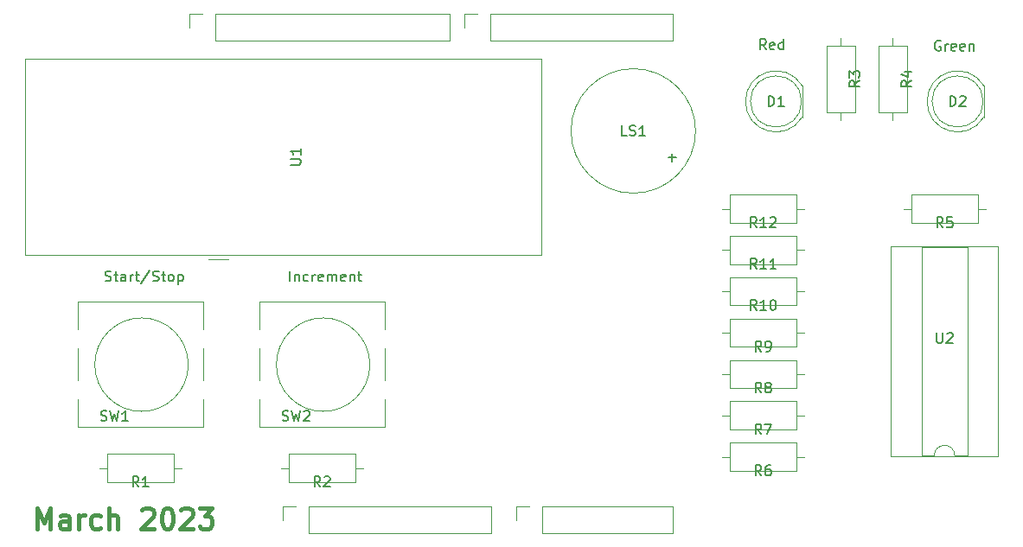
<source format=gbr>
%TF.GenerationSoftware,KiCad,Pcbnew,7.0.1*%
%TF.CreationDate,2023-03-30T13:35:16-06:00*%
%TF.ProjectId,Phase_A_UnoShield,50686173-655f-4415-9f55-6e6f53686965,rev?*%
%TF.SameCoordinates,Original*%
%TF.FileFunction,Legend,Top*%
%TF.FilePolarity,Positive*%
%FSLAX46Y46*%
G04 Gerber Fmt 4.6, Leading zero omitted, Abs format (unit mm)*
G04 Created by KiCad (PCBNEW 7.0.1) date 2023-03-30 13:35:16*
%MOMM*%
%LPD*%
G01*
G04 APERTURE LIST*
%ADD10C,0.150000*%
%ADD11C,0.400000*%
%ADD12C,0.120000*%
G04 APERTURE END LIST*
D10*
X191029805Y-50548447D02*
X190934567Y-50500828D01*
X190934567Y-50500828D02*
X190791710Y-50500828D01*
X190791710Y-50500828D02*
X190648853Y-50548447D01*
X190648853Y-50548447D02*
X190553615Y-50643685D01*
X190553615Y-50643685D02*
X190505996Y-50738923D01*
X190505996Y-50738923D02*
X190458377Y-50929399D01*
X190458377Y-50929399D02*
X190458377Y-51072256D01*
X190458377Y-51072256D02*
X190505996Y-51262732D01*
X190505996Y-51262732D02*
X190553615Y-51357970D01*
X190553615Y-51357970D02*
X190648853Y-51453209D01*
X190648853Y-51453209D02*
X190791710Y-51500828D01*
X190791710Y-51500828D02*
X190886948Y-51500828D01*
X190886948Y-51500828D02*
X191029805Y-51453209D01*
X191029805Y-51453209D02*
X191077424Y-51405589D01*
X191077424Y-51405589D02*
X191077424Y-51072256D01*
X191077424Y-51072256D02*
X190886948Y-51072256D01*
X191505996Y-51500828D02*
X191505996Y-50834161D01*
X191505996Y-51024637D02*
X191553615Y-50929399D01*
X191553615Y-50929399D02*
X191601234Y-50881780D01*
X191601234Y-50881780D02*
X191696472Y-50834161D01*
X191696472Y-50834161D02*
X191791710Y-50834161D01*
X192505996Y-51453209D02*
X192410758Y-51500828D01*
X192410758Y-51500828D02*
X192220282Y-51500828D01*
X192220282Y-51500828D02*
X192125044Y-51453209D01*
X192125044Y-51453209D02*
X192077425Y-51357970D01*
X192077425Y-51357970D02*
X192077425Y-50977018D01*
X192077425Y-50977018D02*
X192125044Y-50881780D01*
X192125044Y-50881780D02*
X192220282Y-50834161D01*
X192220282Y-50834161D02*
X192410758Y-50834161D01*
X192410758Y-50834161D02*
X192505996Y-50881780D01*
X192505996Y-50881780D02*
X192553615Y-50977018D01*
X192553615Y-50977018D02*
X192553615Y-51072256D01*
X192553615Y-51072256D02*
X192077425Y-51167494D01*
X193363139Y-51453209D02*
X193267901Y-51500828D01*
X193267901Y-51500828D02*
X193077425Y-51500828D01*
X193077425Y-51500828D02*
X192982187Y-51453209D01*
X192982187Y-51453209D02*
X192934568Y-51357970D01*
X192934568Y-51357970D02*
X192934568Y-50977018D01*
X192934568Y-50977018D02*
X192982187Y-50881780D01*
X192982187Y-50881780D02*
X193077425Y-50834161D01*
X193077425Y-50834161D02*
X193267901Y-50834161D01*
X193267901Y-50834161D02*
X193363139Y-50881780D01*
X193363139Y-50881780D02*
X193410758Y-50977018D01*
X193410758Y-50977018D02*
X193410758Y-51072256D01*
X193410758Y-51072256D02*
X192934568Y-51167494D01*
X193839330Y-50834161D02*
X193839330Y-51500828D01*
X193839330Y-50929399D02*
X193886949Y-50881780D01*
X193886949Y-50881780D02*
X193982187Y-50834161D01*
X193982187Y-50834161D02*
X194125044Y-50834161D01*
X194125044Y-50834161D02*
X194220282Y-50881780D01*
X194220282Y-50881780D02*
X194267901Y-50977018D01*
X194267901Y-50977018D02*
X194267901Y-51500828D01*
X173949552Y-51373955D02*
X173616219Y-50897764D01*
X173378124Y-51373955D02*
X173378124Y-50373955D01*
X173378124Y-50373955D02*
X173759076Y-50373955D01*
X173759076Y-50373955D02*
X173854314Y-50421574D01*
X173854314Y-50421574D02*
X173901933Y-50469193D01*
X173901933Y-50469193D02*
X173949552Y-50564431D01*
X173949552Y-50564431D02*
X173949552Y-50707288D01*
X173949552Y-50707288D02*
X173901933Y-50802526D01*
X173901933Y-50802526D02*
X173854314Y-50850145D01*
X173854314Y-50850145D02*
X173759076Y-50897764D01*
X173759076Y-50897764D02*
X173378124Y-50897764D01*
X174759076Y-51326336D02*
X174663838Y-51373955D01*
X174663838Y-51373955D02*
X174473362Y-51373955D01*
X174473362Y-51373955D02*
X174378124Y-51326336D01*
X174378124Y-51326336D02*
X174330505Y-51231097D01*
X174330505Y-51231097D02*
X174330505Y-50850145D01*
X174330505Y-50850145D02*
X174378124Y-50754907D01*
X174378124Y-50754907D02*
X174473362Y-50707288D01*
X174473362Y-50707288D02*
X174663838Y-50707288D01*
X174663838Y-50707288D02*
X174759076Y-50754907D01*
X174759076Y-50754907D02*
X174806695Y-50850145D01*
X174806695Y-50850145D02*
X174806695Y-50945383D01*
X174806695Y-50945383D02*
X174330505Y-51040621D01*
X175663838Y-51373955D02*
X175663838Y-50373955D01*
X175663838Y-51326336D02*
X175568600Y-51373955D01*
X175568600Y-51373955D02*
X175378124Y-51373955D01*
X175378124Y-51373955D02*
X175282886Y-51326336D01*
X175282886Y-51326336D02*
X175235267Y-51278716D01*
X175235267Y-51278716D02*
X175187648Y-51183478D01*
X175187648Y-51183478D02*
X175187648Y-50897764D01*
X175187648Y-50897764D02*
X175235267Y-50802526D01*
X175235267Y-50802526D02*
X175282886Y-50754907D01*
X175282886Y-50754907D02*
X175378124Y-50707288D01*
X175378124Y-50707288D02*
X175568600Y-50707288D01*
X175568600Y-50707288D02*
X175663838Y-50754907D01*
X127323179Y-74084245D02*
X127323179Y-73084245D01*
X127799369Y-73417578D02*
X127799369Y-74084245D01*
X127799369Y-73512816D02*
X127846988Y-73465197D01*
X127846988Y-73465197D02*
X127942226Y-73417578D01*
X127942226Y-73417578D02*
X128085083Y-73417578D01*
X128085083Y-73417578D02*
X128180321Y-73465197D01*
X128180321Y-73465197D02*
X128227940Y-73560435D01*
X128227940Y-73560435D02*
X128227940Y-74084245D01*
X129132702Y-74036626D02*
X129037464Y-74084245D01*
X129037464Y-74084245D02*
X128846988Y-74084245D01*
X128846988Y-74084245D02*
X128751750Y-74036626D01*
X128751750Y-74036626D02*
X128704131Y-73989006D01*
X128704131Y-73989006D02*
X128656512Y-73893768D01*
X128656512Y-73893768D02*
X128656512Y-73608054D01*
X128656512Y-73608054D02*
X128704131Y-73512816D01*
X128704131Y-73512816D02*
X128751750Y-73465197D01*
X128751750Y-73465197D02*
X128846988Y-73417578D01*
X128846988Y-73417578D02*
X129037464Y-73417578D01*
X129037464Y-73417578D02*
X129132702Y-73465197D01*
X129561274Y-74084245D02*
X129561274Y-73417578D01*
X129561274Y-73608054D02*
X129608893Y-73512816D01*
X129608893Y-73512816D02*
X129656512Y-73465197D01*
X129656512Y-73465197D02*
X129751750Y-73417578D01*
X129751750Y-73417578D02*
X129846988Y-73417578D01*
X130561274Y-74036626D02*
X130466036Y-74084245D01*
X130466036Y-74084245D02*
X130275560Y-74084245D01*
X130275560Y-74084245D02*
X130180322Y-74036626D01*
X130180322Y-74036626D02*
X130132703Y-73941387D01*
X130132703Y-73941387D02*
X130132703Y-73560435D01*
X130132703Y-73560435D02*
X130180322Y-73465197D01*
X130180322Y-73465197D02*
X130275560Y-73417578D01*
X130275560Y-73417578D02*
X130466036Y-73417578D01*
X130466036Y-73417578D02*
X130561274Y-73465197D01*
X130561274Y-73465197D02*
X130608893Y-73560435D01*
X130608893Y-73560435D02*
X130608893Y-73655673D01*
X130608893Y-73655673D02*
X130132703Y-73750911D01*
X131037465Y-74084245D02*
X131037465Y-73417578D01*
X131037465Y-73512816D02*
X131085084Y-73465197D01*
X131085084Y-73465197D02*
X131180322Y-73417578D01*
X131180322Y-73417578D02*
X131323179Y-73417578D01*
X131323179Y-73417578D02*
X131418417Y-73465197D01*
X131418417Y-73465197D02*
X131466036Y-73560435D01*
X131466036Y-73560435D02*
X131466036Y-74084245D01*
X131466036Y-73560435D02*
X131513655Y-73465197D01*
X131513655Y-73465197D02*
X131608893Y-73417578D01*
X131608893Y-73417578D02*
X131751750Y-73417578D01*
X131751750Y-73417578D02*
X131846989Y-73465197D01*
X131846989Y-73465197D02*
X131894608Y-73560435D01*
X131894608Y-73560435D02*
X131894608Y-74084245D01*
X132751750Y-74036626D02*
X132656512Y-74084245D01*
X132656512Y-74084245D02*
X132466036Y-74084245D01*
X132466036Y-74084245D02*
X132370798Y-74036626D01*
X132370798Y-74036626D02*
X132323179Y-73941387D01*
X132323179Y-73941387D02*
X132323179Y-73560435D01*
X132323179Y-73560435D02*
X132370798Y-73465197D01*
X132370798Y-73465197D02*
X132466036Y-73417578D01*
X132466036Y-73417578D02*
X132656512Y-73417578D01*
X132656512Y-73417578D02*
X132751750Y-73465197D01*
X132751750Y-73465197D02*
X132799369Y-73560435D01*
X132799369Y-73560435D02*
X132799369Y-73655673D01*
X132799369Y-73655673D02*
X132323179Y-73750911D01*
X133227941Y-73417578D02*
X133227941Y-74084245D01*
X133227941Y-73512816D02*
X133275560Y-73465197D01*
X133275560Y-73465197D02*
X133370798Y-73417578D01*
X133370798Y-73417578D02*
X133513655Y-73417578D01*
X133513655Y-73417578D02*
X133608893Y-73465197D01*
X133608893Y-73465197D02*
X133656512Y-73560435D01*
X133656512Y-73560435D02*
X133656512Y-74084245D01*
X133989846Y-73417578D02*
X134370798Y-73417578D01*
X134132703Y-73084245D02*
X134132703Y-73941387D01*
X134132703Y-73941387D02*
X134180322Y-74036626D01*
X134180322Y-74036626D02*
X134275560Y-74084245D01*
X134275560Y-74084245D02*
X134370798Y-74084245D01*
X109259576Y-74036626D02*
X109402433Y-74084245D01*
X109402433Y-74084245D02*
X109640528Y-74084245D01*
X109640528Y-74084245D02*
X109735766Y-74036626D01*
X109735766Y-74036626D02*
X109783385Y-73989006D01*
X109783385Y-73989006D02*
X109831004Y-73893768D01*
X109831004Y-73893768D02*
X109831004Y-73798530D01*
X109831004Y-73798530D02*
X109783385Y-73703292D01*
X109783385Y-73703292D02*
X109735766Y-73655673D01*
X109735766Y-73655673D02*
X109640528Y-73608054D01*
X109640528Y-73608054D02*
X109450052Y-73560435D01*
X109450052Y-73560435D02*
X109354814Y-73512816D01*
X109354814Y-73512816D02*
X109307195Y-73465197D01*
X109307195Y-73465197D02*
X109259576Y-73369959D01*
X109259576Y-73369959D02*
X109259576Y-73274721D01*
X109259576Y-73274721D02*
X109307195Y-73179483D01*
X109307195Y-73179483D02*
X109354814Y-73131864D01*
X109354814Y-73131864D02*
X109450052Y-73084245D01*
X109450052Y-73084245D02*
X109688147Y-73084245D01*
X109688147Y-73084245D02*
X109831004Y-73131864D01*
X110116719Y-73417578D02*
X110497671Y-73417578D01*
X110259576Y-73084245D02*
X110259576Y-73941387D01*
X110259576Y-73941387D02*
X110307195Y-74036626D01*
X110307195Y-74036626D02*
X110402433Y-74084245D01*
X110402433Y-74084245D02*
X110497671Y-74084245D01*
X111259576Y-74084245D02*
X111259576Y-73560435D01*
X111259576Y-73560435D02*
X111211957Y-73465197D01*
X111211957Y-73465197D02*
X111116719Y-73417578D01*
X111116719Y-73417578D02*
X110926243Y-73417578D01*
X110926243Y-73417578D02*
X110831005Y-73465197D01*
X111259576Y-74036626D02*
X111164338Y-74084245D01*
X111164338Y-74084245D02*
X110926243Y-74084245D01*
X110926243Y-74084245D02*
X110831005Y-74036626D01*
X110831005Y-74036626D02*
X110783386Y-73941387D01*
X110783386Y-73941387D02*
X110783386Y-73846149D01*
X110783386Y-73846149D02*
X110831005Y-73750911D01*
X110831005Y-73750911D02*
X110926243Y-73703292D01*
X110926243Y-73703292D02*
X111164338Y-73703292D01*
X111164338Y-73703292D02*
X111259576Y-73655673D01*
X111735767Y-74084245D02*
X111735767Y-73417578D01*
X111735767Y-73608054D02*
X111783386Y-73512816D01*
X111783386Y-73512816D02*
X111831005Y-73465197D01*
X111831005Y-73465197D02*
X111926243Y-73417578D01*
X111926243Y-73417578D02*
X112021481Y-73417578D01*
X112211958Y-73417578D02*
X112592910Y-73417578D01*
X112354815Y-73084245D02*
X112354815Y-73941387D01*
X112354815Y-73941387D02*
X112402434Y-74036626D01*
X112402434Y-74036626D02*
X112497672Y-74084245D01*
X112497672Y-74084245D02*
X112592910Y-74084245D01*
X113640529Y-73036626D02*
X112783387Y-74322340D01*
X113926244Y-74036626D02*
X114069101Y-74084245D01*
X114069101Y-74084245D02*
X114307196Y-74084245D01*
X114307196Y-74084245D02*
X114402434Y-74036626D01*
X114402434Y-74036626D02*
X114450053Y-73989006D01*
X114450053Y-73989006D02*
X114497672Y-73893768D01*
X114497672Y-73893768D02*
X114497672Y-73798530D01*
X114497672Y-73798530D02*
X114450053Y-73703292D01*
X114450053Y-73703292D02*
X114402434Y-73655673D01*
X114402434Y-73655673D02*
X114307196Y-73608054D01*
X114307196Y-73608054D02*
X114116720Y-73560435D01*
X114116720Y-73560435D02*
X114021482Y-73512816D01*
X114021482Y-73512816D02*
X113973863Y-73465197D01*
X113973863Y-73465197D02*
X113926244Y-73369959D01*
X113926244Y-73369959D02*
X113926244Y-73274721D01*
X113926244Y-73274721D02*
X113973863Y-73179483D01*
X113973863Y-73179483D02*
X114021482Y-73131864D01*
X114021482Y-73131864D02*
X114116720Y-73084245D01*
X114116720Y-73084245D02*
X114354815Y-73084245D01*
X114354815Y-73084245D02*
X114497672Y-73131864D01*
X114783387Y-73417578D02*
X115164339Y-73417578D01*
X114926244Y-73084245D02*
X114926244Y-73941387D01*
X114926244Y-73941387D02*
X114973863Y-74036626D01*
X114973863Y-74036626D02*
X115069101Y-74084245D01*
X115069101Y-74084245D02*
X115164339Y-74084245D01*
X115640530Y-74084245D02*
X115545292Y-74036626D01*
X115545292Y-74036626D02*
X115497673Y-73989006D01*
X115497673Y-73989006D02*
X115450054Y-73893768D01*
X115450054Y-73893768D02*
X115450054Y-73608054D01*
X115450054Y-73608054D02*
X115497673Y-73512816D01*
X115497673Y-73512816D02*
X115545292Y-73465197D01*
X115545292Y-73465197D02*
X115640530Y-73417578D01*
X115640530Y-73417578D02*
X115783387Y-73417578D01*
X115783387Y-73417578D02*
X115878625Y-73465197D01*
X115878625Y-73465197D02*
X115926244Y-73512816D01*
X115926244Y-73512816D02*
X115973863Y-73608054D01*
X115973863Y-73608054D02*
X115973863Y-73893768D01*
X115973863Y-73893768D02*
X115926244Y-73989006D01*
X115926244Y-73989006D02*
X115878625Y-74036626D01*
X115878625Y-74036626D02*
X115783387Y-74084245D01*
X115783387Y-74084245D02*
X115640530Y-74084245D01*
X116402435Y-73417578D02*
X116402435Y-74417578D01*
X116402435Y-73465197D02*
X116497673Y-73417578D01*
X116497673Y-73417578D02*
X116688149Y-73417578D01*
X116688149Y-73417578D02*
X116783387Y-73465197D01*
X116783387Y-73465197D02*
X116831006Y-73512816D01*
X116831006Y-73512816D02*
X116878625Y-73608054D01*
X116878625Y-73608054D02*
X116878625Y-73893768D01*
X116878625Y-73893768D02*
X116831006Y-73989006D01*
X116831006Y-73989006D02*
X116783387Y-74036626D01*
X116783387Y-74036626D02*
X116688149Y-74084245D01*
X116688149Y-74084245D02*
X116497673Y-74084245D01*
X116497673Y-74084245D02*
X116402435Y-74036626D01*
D11*
X102567268Y-98321504D02*
X102567268Y-96321504D01*
X102567268Y-96321504D02*
X103233935Y-97750075D01*
X103233935Y-97750075D02*
X103900601Y-96321504D01*
X103900601Y-96321504D02*
X103900601Y-98321504D01*
X105710125Y-98321504D02*
X105710125Y-97273885D01*
X105710125Y-97273885D02*
X105614887Y-97083408D01*
X105614887Y-97083408D02*
X105424411Y-96988170D01*
X105424411Y-96988170D02*
X105043458Y-96988170D01*
X105043458Y-96988170D02*
X104852982Y-97083408D01*
X105710125Y-98226266D02*
X105519649Y-98321504D01*
X105519649Y-98321504D02*
X105043458Y-98321504D01*
X105043458Y-98321504D02*
X104852982Y-98226266D01*
X104852982Y-98226266D02*
X104757744Y-98035789D01*
X104757744Y-98035789D02*
X104757744Y-97845313D01*
X104757744Y-97845313D02*
X104852982Y-97654837D01*
X104852982Y-97654837D02*
X105043458Y-97559599D01*
X105043458Y-97559599D02*
X105519649Y-97559599D01*
X105519649Y-97559599D02*
X105710125Y-97464361D01*
X106662506Y-98321504D02*
X106662506Y-96988170D01*
X106662506Y-97369123D02*
X106757744Y-97178646D01*
X106757744Y-97178646D02*
X106852982Y-97083408D01*
X106852982Y-97083408D02*
X107043458Y-96988170D01*
X107043458Y-96988170D02*
X107233935Y-96988170D01*
X108757744Y-98226266D02*
X108567268Y-98321504D01*
X108567268Y-98321504D02*
X108186315Y-98321504D01*
X108186315Y-98321504D02*
X107995839Y-98226266D01*
X107995839Y-98226266D02*
X107900601Y-98131027D01*
X107900601Y-98131027D02*
X107805363Y-97940551D01*
X107805363Y-97940551D02*
X107805363Y-97369123D01*
X107805363Y-97369123D02*
X107900601Y-97178646D01*
X107900601Y-97178646D02*
X107995839Y-97083408D01*
X107995839Y-97083408D02*
X108186315Y-96988170D01*
X108186315Y-96988170D02*
X108567268Y-96988170D01*
X108567268Y-96988170D02*
X108757744Y-97083408D01*
X109614887Y-98321504D02*
X109614887Y-96321504D01*
X110472030Y-98321504D02*
X110472030Y-97273885D01*
X110472030Y-97273885D02*
X110376792Y-97083408D01*
X110376792Y-97083408D02*
X110186316Y-96988170D01*
X110186316Y-96988170D02*
X109900601Y-96988170D01*
X109900601Y-96988170D02*
X109710125Y-97083408D01*
X109710125Y-97083408D02*
X109614887Y-97178646D01*
X112852983Y-96511980D02*
X112948221Y-96416742D01*
X112948221Y-96416742D02*
X113138697Y-96321504D01*
X113138697Y-96321504D02*
X113614888Y-96321504D01*
X113614888Y-96321504D02*
X113805364Y-96416742D01*
X113805364Y-96416742D02*
X113900602Y-96511980D01*
X113900602Y-96511980D02*
X113995840Y-96702456D01*
X113995840Y-96702456D02*
X113995840Y-96892932D01*
X113995840Y-96892932D02*
X113900602Y-97178646D01*
X113900602Y-97178646D02*
X112757745Y-98321504D01*
X112757745Y-98321504D02*
X113995840Y-98321504D01*
X115233935Y-96321504D02*
X115424412Y-96321504D01*
X115424412Y-96321504D02*
X115614888Y-96416742D01*
X115614888Y-96416742D02*
X115710126Y-96511980D01*
X115710126Y-96511980D02*
X115805364Y-96702456D01*
X115805364Y-96702456D02*
X115900602Y-97083408D01*
X115900602Y-97083408D02*
X115900602Y-97559599D01*
X115900602Y-97559599D02*
X115805364Y-97940551D01*
X115805364Y-97940551D02*
X115710126Y-98131027D01*
X115710126Y-98131027D02*
X115614888Y-98226266D01*
X115614888Y-98226266D02*
X115424412Y-98321504D01*
X115424412Y-98321504D02*
X115233935Y-98321504D01*
X115233935Y-98321504D02*
X115043459Y-98226266D01*
X115043459Y-98226266D02*
X114948221Y-98131027D01*
X114948221Y-98131027D02*
X114852983Y-97940551D01*
X114852983Y-97940551D02*
X114757745Y-97559599D01*
X114757745Y-97559599D02*
X114757745Y-97083408D01*
X114757745Y-97083408D02*
X114852983Y-96702456D01*
X114852983Y-96702456D02*
X114948221Y-96511980D01*
X114948221Y-96511980D02*
X115043459Y-96416742D01*
X115043459Y-96416742D02*
X115233935Y-96321504D01*
X116662507Y-96511980D02*
X116757745Y-96416742D01*
X116757745Y-96416742D02*
X116948221Y-96321504D01*
X116948221Y-96321504D02*
X117424412Y-96321504D01*
X117424412Y-96321504D02*
X117614888Y-96416742D01*
X117614888Y-96416742D02*
X117710126Y-96511980D01*
X117710126Y-96511980D02*
X117805364Y-96702456D01*
X117805364Y-96702456D02*
X117805364Y-96892932D01*
X117805364Y-96892932D02*
X117710126Y-97178646D01*
X117710126Y-97178646D02*
X116567269Y-98321504D01*
X116567269Y-98321504D02*
X117805364Y-98321504D01*
X118472031Y-96321504D02*
X119710126Y-96321504D01*
X119710126Y-96321504D02*
X119043459Y-97083408D01*
X119043459Y-97083408D02*
X119329174Y-97083408D01*
X119329174Y-97083408D02*
X119519650Y-97178646D01*
X119519650Y-97178646D02*
X119614888Y-97273885D01*
X119614888Y-97273885D02*
X119710126Y-97464361D01*
X119710126Y-97464361D02*
X119710126Y-97940551D01*
X119710126Y-97940551D02*
X119614888Y-98131027D01*
X119614888Y-98131027D02*
X119519650Y-98226266D01*
X119519650Y-98226266D02*
X119329174Y-98321504D01*
X119329174Y-98321504D02*
X118757745Y-98321504D01*
X118757745Y-98321504D02*
X118567269Y-98226266D01*
X118567269Y-98226266D02*
X118472031Y-98131027D01*
D10*
%TO.C,D2*%
X191971905Y-56930619D02*
X191971905Y-55930619D01*
X191971905Y-55930619D02*
X192210000Y-55930619D01*
X192210000Y-55930619D02*
X192352857Y-55978238D01*
X192352857Y-55978238D02*
X192448095Y-56073476D01*
X192448095Y-56073476D02*
X192495714Y-56168714D01*
X192495714Y-56168714D02*
X192543333Y-56359190D01*
X192543333Y-56359190D02*
X192543333Y-56502047D01*
X192543333Y-56502047D02*
X192495714Y-56692523D01*
X192495714Y-56692523D02*
X192448095Y-56787761D01*
X192448095Y-56787761D02*
X192352857Y-56883000D01*
X192352857Y-56883000D02*
X192210000Y-56930619D01*
X192210000Y-56930619D02*
X191971905Y-56930619D01*
X192924286Y-56025857D02*
X192971905Y-55978238D01*
X192971905Y-55978238D02*
X193067143Y-55930619D01*
X193067143Y-55930619D02*
X193305238Y-55930619D01*
X193305238Y-55930619D02*
X193400476Y-55978238D01*
X193400476Y-55978238D02*
X193448095Y-56025857D01*
X193448095Y-56025857D02*
X193495714Y-56121095D01*
X193495714Y-56121095D02*
X193495714Y-56216333D01*
X193495714Y-56216333D02*
X193448095Y-56359190D01*
X193448095Y-56359190D02*
X192876667Y-56930619D01*
X192876667Y-56930619D02*
X193495714Y-56930619D01*
%TO.C,U2*%
X190668095Y-79142619D02*
X190668095Y-79952142D01*
X190668095Y-79952142D02*
X190715714Y-80047380D01*
X190715714Y-80047380D02*
X190763333Y-80095000D01*
X190763333Y-80095000D02*
X190858571Y-80142619D01*
X190858571Y-80142619D02*
X191049047Y-80142619D01*
X191049047Y-80142619D02*
X191144285Y-80095000D01*
X191144285Y-80095000D02*
X191191904Y-80047380D01*
X191191904Y-80047380D02*
X191239523Y-79952142D01*
X191239523Y-79952142D02*
X191239523Y-79142619D01*
X191668095Y-79237857D02*
X191715714Y-79190238D01*
X191715714Y-79190238D02*
X191810952Y-79142619D01*
X191810952Y-79142619D02*
X192049047Y-79142619D01*
X192049047Y-79142619D02*
X192144285Y-79190238D01*
X192144285Y-79190238D02*
X192191904Y-79237857D01*
X192191904Y-79237857D02*
X192239523Y-79333095D01*
X192239523Y-79333095D02*
X192239523Y-79428333D01*
X192239523Y-79428333D02*
X192191904Y-79571190D01*
X192191904Y-79571190D02*
X191620476Y-80142619D01*
X191620476Y-80142619D02*
X192239523Y-80142619D01*
%TO.C,R8*%
X173493333Y-85012619D02*
X173160000Y-84536428D01*
X172921905Y-85012619D02*
X172921905Y-84012619D01*
X172921905Y-84012619D02*
X173302857Y-84012619D01*
X173302857Y-84012619D02*
X173398095Y-84060238D01*
X173398095Y-84060238D02*
X173445714Y-84107857D01*
X173445714Y-84107857D02*
X173493333Y-84203095D01*
X173493333Y-84203095D02*
X173493333Y-84345952D01*
X173493333Y-84345952D02*
X173445714Y-84441190D01*
X173445714Y-84441190D02*
X173398095Y-84488809D01*
X173398095Y-84488809D02*
X173302857Y-84536428D01*
X173302857Y-84536428D02*
X172921905Y-84536428D01*
X174064762Y-84441190D02*
X173969524Y-84393571D01*
X173969524Y-84393571D02*
X173921905Y-84345952D01*
X173921905Y-84345952D02*
X173874286Y-84250714D01*
X173874286Y-84250714D02*
X173874286Y-84203095D01*
X173874286Y-84203095D02*
X173921905Y-84107857D01*
X173921905Y-84107857D02*
X173969524Y-84060238D01*
X173969524Y-84060238D02*
X174064762Y-84012619D01*
X174064762Y-84012619D02*
X174255238Y-84012619D01*
X174255238Y-84012619D02*
X174350476Y-84060238D01*
X174350476Y-84060238D02*
X174398095Y-84107857D01*
X174398095Y-84107857D02*
X174445714Y-84203095D01*
X174445714Y-84203095D02*
X174445714Y-84250714D01*
X174445714Y-84250714D02*
X174398095Y-84345952D01*
X174398095Y-84345952D02*
X174350476Y-84393571D01*
X174350476Y-84393571D02*
X174255238Y-84441190D01*
X174255238Y-84441190D02*
X174064762Y-84441190D01*
X174064762Y-84441190D02*
X173969524Y-84488809D01*
X173969524Y-84488809D02*
X173921905Y-84536428D01*
X173921905Y-84536428D02*
X173874286Y-84631666D01*
X173874286Y-84631666D02*
X173874286Y-84822142D01*
X173874286Y-84822142D02*
X173921905Y-84917380D01*
X173921905Y-84917380D02*
X173969524Y-84965000D01*
X173969524Y-84965000D02*
X174064762Y-85012619D01*
X174064762Y-85012619D02*
X174255238Y-85012619D01*
X174255238Y-85012619D02*
X174350476Y-84965000D01*
X174350476Y-84965000D02*
X174398095Y-84917380D01*
X174398095Y-84917380D02*
X174445714Y-84822142D01*
X174445714Y-84822142D02*
X174445714Y-84631666D01*
X174445714Y-84631666D02*
X174398095Y-84536428D01*
X174398095Y-84536428D02*
X174350476Y-84488809D01*
X174350476Y-84488809D02*
X174255238Y-84441190D01*
%TO.C,R5*%
X191273333Y-68812619D02*
X190940000Y-68336428D01*
X190701905Y-68812619D02*
X190701905Y-67812619D01*
X190701905Y-67812619D02*
X191082857Y-67812619D01*
X191082857Y-67812619D02*
X191178095Y-67860238D01*
X191178095Y-67860238D02*
X191225714Y-67907857D01*
X191225714Y-67907857D02*
X191273333Y-68003095D01*
X191273333Y-68003095D02*
X191273333Y-68145952D01*
X191273333Y-68145952D02*
X191225714Y-68241190D01*
X191225714Y-68241190D02*
X191178095Y-68288809D01*
X191178095Y-68288809D02*
X191082857Y-68336428D01*
X191082857Y-68336428D02*
X190701905Y-68336428D01*
X192178095Y-67812619D02*
X191701905Y-67812619D01*
X191701905Y-67812619D02*
X191654286Y-68288809D01*
X191654286Y-68288809D02*
X191701905Y-68241190D01*
X191701905Y-68241190D02*
X191797143Y-68193571D01*
X191797143Y-68193571D02*
X192035238Y-68193571D01*
X192035238Y-68193571D02*
X192130476Y-68241190D01*
X192130476Y-68241190D02*
X192178095Y-68288809D01*
X192178095Y-68288809D02*
X192225714Y-68384047D01*
X192225714Y-68384047D02*
X192225714Y-68622142D01*
X192225714Y-68622142D02*
X192178095Y-68717380D01*
X192178095Y-68717380D02*
X192130476Y-68765000D01*
X192130476Y-68765000D02*
X192035238Y-68812619D01*
X192035238Y-68812619D02*
X191797143Y-68812619D01*
X191797143Y-68812619D02*
X191701905Y-68765000D01*
X191701905Y-68765000D02*
X191654286Y-68717380D01*
%TO.C,D1*%
X174191905Y-56930619D02*
X174191905Y-55930619D01*
X174191905Y-55930619D02*
X174430000Y-55930619D01*
X174430000Y-55930619D02*
X174572857Y-55978238D01*
X174572857Y-55978238D02*
X174668095Y-56073476D01*
X174668095Y-56073476D02*
X174715714Y-56168714D01*
X174715714Y-56168714D02*
X174763333Y-56359190D01*
X174763333Y-56359190D02*
X174763333Y-56502047D01*
X174763333Y-56502047D02*
X174715714Y-56692523D01*
X174715714Y-56692523D02*
X174668095Y-56787761D01*
X174668095Y-56787761D02*
X174572857Y-56883000D01*
X174572857Y-56883000D02*
X174430000Y-56930619D01*
X174430000Y-56930619D02*
X174191905Y-56930619D01*
X175715714Y-56930619D02*
X175144286Y-56930619D01*
X175430000Y-56930619D02*
X175430000Y-55930619D01*
X175430000Y-55930619D02*
X175334762Y-56073476D01*
X175334762Y-56073476D02*
X175239524Y-56168714D01*
X175239524Y-56168714D02*
X175144286Y-56216333D01*
%TO.C,R1*%
X112533333Y-94212619D02*
X112200000Y-93736428D01*
X111961905Y-94212619D02*
X111961905Y-93212619D01*
X111961905Y-93212619D02*
X112342857Y-93212619D01*
X112342857Y-93212619D02*
X112438095Y-93260238D01*
X112438095Y-93260238D02*
X112485714Y-93307857D01*
X112485714Y-93307857D02*
X112533333Y-93403095D01*
X112533333Y-93403095D02*
X112533333Y-93545952D01*
X112533333Y-93545952D02*
X112485714Y-93641190D01*
X112485714Y-93641190D02*
X112438095Y-93688809D01*
X112438095Y-93688809D02*
X112342857Y-93736428D01*
X112342857Y-93736428D02*
X111961905Y-93736428D01*
X113485714Y-94212619D02*
X112914286Y-94212619D01*
X113200000Y-94212619D02*
X113200000Y-93212619D01*
X113200000Y-93212619D02*
X113104762Y-93355476D01*
X113104762Y-93355476D02*
X113009524Y-93450714D01*
X113009524Y-93450714D02*
X112914286Y-93498333D01*
%TO.C,LS1*%
X160317142Y-59822619D02*
X159840952Y-59822619D01*
X159840952Y-59822619D02*
X159840952Y-58822619D01*
X160602857Y-59775000D02*
X160745714Y-59822619D01*
X160745714Y-59822619D02*
X160983809Y-59822619D01*
X160983809Y-59822619D02*
X161079047Y-59775000D01*
X161079047Y-59775000D02*
X161126666Y-59727380D01*
X161126666Y-59727380D02*
X161174285Y-59632142D01*
X161174285Y-59632142D02*
X161174285Y-59536904D01*
X161174285Y-59536904D02*
X161126666Y-59441666D01*
X161126666Y-59441666D02*
X161079047Y-59394047D01*
X161079047Y-59394047D02*
X160983809Y-59346428D01*
X160983809Y-59346428D02*
X160793333Y-59298809D01*
X160793333Y-59298809D02*
X160698095Y-59251190D01*
X160698095Y-59251190D02*
X160650476Y-59203571D01*
X160650476Y-59203571D02*
X160602857Y-59108333D01*
X160602857Y-59108333D02*
X160602857Y-59013095D01*
X160602857Y-59013095D02*
X160650476Y-58917857D01*
X160650476Y-58917857D02*
X160698095Y-58870238D01*
X160698095Y-58870238D02*
X160793333Y-58822619D01*
X160793333Y-58822619D02*
X161031428Y-58822619D01*
X161031428Y-58822619D02*
X161174285Y-58870238D01*
X162126666Y-59822619D02*
X161555238Y-59822619D01*
X161840952Y-59822619D02*
X161840952Y-58822619D01*
X161840952Y-58822619D02*
X161745714Y-58965476D01*
X161745714Y-58965476D02*
X161650476Y-59060714D01*
X161650476Y-59060714D02*
X161555238Y-59108333D01*
X164389048Y-61981666D02*
X165150953Y-61981666D01*
X164770000Y-62362619D02*
X164770000Y-61600714D01*
%TO.C,R2*%
X130313333Y-94212619D02*
X129980000Y-93736428D01*
X129741905Y-94212619D02*
X129741905Y-93212619D01*
X129741905Y-93212619D02*
X130122857Y-93212619D01*
X130122857Y-93212619D02*
X130218095Y-93260238D01*
X130218095Y-93260238D02*
X130265714Y-93307857D01*
X130265714Y-93307857D02*
X130313333Y-93403095D01*
X130313333Y-93403095D02*
X130313333Y-93545952D01*
X130313333Y-93545952D02*
X130265714Y-93641190D01*
X130265714Y-93641190D02*
X130218095Y-93688809D01*
X130218095Y-93688809D02*
X130122857Y-93736428D01*
X130122857Y-93736428D02*
X129741905Y-93736428D01*
X130694286Y-93307857D02*
X130741905Y-93260238D01*
X130741905Y-93260238D02*
X130837143Y-93212619D01*
X130837143Y-93212619D02*
X131075238Y-93212619D01*
X131075238Y-93212619D02*
X131170476Y-93260238D01*
X131170476Y-93260238D02*
X131218095Y-93307857D01*
X131218095Y-93307857D02*
X131265714Y-93403095D01*
X131265714Y-93403095D02*
X131265714Y-93498333D01*
X131265714Y-93498333D02*
X131218095Y-93641190D01*
X131218095Y-93641190D02*
X130646667Y-94212619D01*
X130646667Y-94212619D02*
X131265714Y-94212619D01*
%TO.C,SW1*%
X108826667Y-87715000D02*
X108969524Y-87762619D01*
X108969524Y-87762619D02*
X109207619Y-87762619D01*
X109207619Y-87762619D02*
X109302857Y-87715000D01*
X109302857Y-87715000D02*
X109350476Y-87667380D01*
X109350476Y-87667380D02*
X109398095Y-87572142D01*
X109398095Y-87572142D02*
X109398095Y-87476904D01*
X109398095Y-87476904D02*
X109350476Y-87381666D01*
X109350476Y-87381666D02*
X109302857Y-87334047D01*
X109302857Y-87334047D02*
X109207619Y-87286428D01*
X109207619Y-87286428D02*
X109017143Y-87238809D01*
X109017143Y-87238809D02*
X108921905Y-87191190D01*
X108921905Y-87191190D02*
X108874286Y-87143571D01*
X108874286Y-87143571D02*
X108826667Y-87048333D01*
X108826667Y-87048333D02*
X108826667Y-86953095D01*
X108826667Y-86953095D02*
X108874286Y-86857857D01*
X108874286Y-86857857D02*
X108921905Y-86810238D01*
X108921905Y-86810238D02*
X109017143Y-86762619D01*
X109017143Y-86762619D02*
X109255238Y-86762619D01*
X109255238Y-86762619D02*
X109398095Y-86810238D01*
X109731429Y-86762619D02*
X109969524Y-87762619D01*
X109969524Y-87762619D02*
X110160000Y-87048333D01*
X110160000Y-87048333D02*
X110350476Y-87762619D01*
X110350476Y-87762619D02*
X110588572Y-86762619D01*
X111493333Y-87762619D02*
X110921905Y-87762619D01*
X111207619Y-87762619D02*
X111207619Y-86762619D01*
X111207619Y-86762619D02*
X111112381Y-86905476D01*
X111112381Y-86905476D02*
X111017143Y-87000714D01*
X111017143Y-87000714D02*
X110921905Y-87048333D01*
%TO.C,SW2*%
X126606667Y-87715000D02*
X126749524Y-87762619D01*
X126749524Y-87762619D02*
X126987619Y-87762619D01*
X126987619Y-87762619D02*
X127082857Y-87715000D01*
X127082857Y-87715000D02*
X127130476Y-87667380D01*
X127130476Y-87667380D02*
X127178095Y-87572142D01*
X127178095Y-87572142D02*
X127178095Y-87476904D01*
X127178095Y-87476904D02*
X127130476Y-87381666D01*
X127130476Y-87381666D02*
X127082857Y-87334047D01*
X127082857Y-87334047D02*
X126987619Y-87286428D01*
X126987619Y-87286428D02*
X126797143Y-87238809D01*
X126797143Y-87238809D02*
X126701905Y-87191190D01*
X126701905Y-87191190D02*
X126654286Y-87143571D01*
X126654286Y-87143571D02*
X126606667Y-87048333D01*
X126606667Y-87048333D02*
X126606667Y-86953095D01*
X126606667Y-86953095D02*
X126654286Y-86857857D01*
X126654286Y-86857857D02*
X126701905Y-86810238D01*
X126701905Y-86810238D02*
X126797143Y-86762619D01*
X126797143Y-86762619D02*
X127035238Y-86762619D01*
X127035238Y-86762619D02*
X127178095Y-86810238D01*
X127511429Y-86762619D02*
X127749524Y-87762619D01*
X127749524Y-87762619D02*
X127940000Y-87048333D01*
X127940000Y-87048333D02*
X128130476Y-87762619D01*
X128130476Y-87762619D02*
X128368572Y-86762619D01*
X128701905Y-86857857D02*
X128749524Y-86810238D01*
X128749524Y-86810238D02*
X128844762Y-86762619D01*
X128844762Y-86762619D02*
X129082857Y-86762619D01*
X129082857Y-86762619D02*
X129178095Y-86810238D01*
X129178095Y-86810238D02*
X129225714Y-86857857D01*
X129225714Y-86857857D02*
X129273333Y-86953095D01*
X129273333Y-86953095D02*
X129273333Y-87048333D01*
X129273333Y-87048333D02*
X129225714Y-87191190D01*
X129225714Y-87191190D02*
X128654286Y-87762619D01*
X128654286Y-87762619D02*
X129273333Y-87762619D01*
%TO.C,U1*%
X127402619Y-62661904D02*
X128212142Y-62661904D01*
X128212142Y-62661904D02*
X128307380Y-62614285D01*
X128307380Y-62614285D02*
X128355000Y-62566666D01*
X128355000Y-62566666D02*
X128402619Y-62471428D01*
X128402619Y-62471428D02*
X128402619Y-62280952D01*
X128402619Y-62280952D02*
X128355000Y-62185714D01*
X128355000Y-62185714D02*
X128307380Y-62138095D01*
X128307380Y-62138095D02*
X128212142Y-62090476D01*
X128212142Y-62090476D02*
X127402619Y-62090476D01*
X128402619Y-61090476D02*
X128402619Y-61661904D01*
X128402619Y-61376190D02*
X127402619Y-61376190D01*
X127402619Y-61376190D02*
X127545476Y-61471428D01*
X127545476Y-61471428D02*
X127640714Y-61566666D01*
X127640714Y-61566666D02*
X127688333Y-61661904D01*
%TO.C,R12*%
X173017142Y-68812619D02*
X172683809Y-68336428D01*
X172445714Y-68812619D02*
X172445714Y-67812619D01*
X172445714Y-67812619D02*
X172826666Y-67812619D01*
X172826666Y-67812619D02*
X172921904Y-67860238D01*
X172921904Y-67860238D02*
X172969523Y-67907857D01*
X172969523Y-67907857D02*
X173017142Y-68003095D01*
X173017142Y-68003095D02*
X173017142Y-68145952D01*
X173017142Y-68145952D02*
X172969523Y-68241190D01*
X172969523Y-68241190D02*
X172921904Y-68288809D01*
X172921904Y-68288809D02*
X172826666Y-68336428D01*
X172826666Y-68336428D02*
X172445714Y-68336428D01*
X173969523Y-68812619D02*
X173398095Y-68812619D01*
X173683809Y-68812619D02*
X173683809Y-67812619D01*
X173683809Y-67812619D02*
X173588571Y-67955476D01*
X173588571Y-67955476D02*
X173493333Y-68050714D01*
X173493333Y-68050714D02*
X173398095Y-68098333D01*
X174350476Y-67907857D02*
X174398095Y-67860238D01*
X174398095Y-67860238D02*
X174493333Y-67812619D01*
X174493333Y-67812619D02*
X174731428Y-67812619D01*
X174731428Y-67812619D02*
X174826666Y-67860238D01*
X174826666Y-67860238D02*
X174874285Y-67907857D01*
X174874285Y-67907857D02*
X174921904Y-68003095D01*
X174921904Y-68003095D02*
X174921904Y-68098333D01*
X174921904Y-68098333D02*
X174874285Y-68241190D01*
X174874285Y-68241190D02*
X174302857Y-68812619D01*
X174302857Y-68812619D02*
X174921904Y-68812619D01*
%TO.C,R10*%
X173017142Y-76912619D02*
X172683809Y-76436428D01*
X172445714Y-76912619D02*
X172445714Y-75912619D01*
X172445714Y-75912619D02*
X172826666Y-75912619D01*
X172826666Y-75912619D02*
X172921904Y-75960238D01*
X172921904Y-75960238D02*
X172969523Y-76007857D01*
X172969523Y-76007857D02*
X173017142Y-76103095D01*
X173017142Y-76103095D02*
X173017142Y-76245952D01*
X173017142Y-76245952D02*
X172969523Y-76341190D01*
X172969523Y-76341190D02*
X172921904Y-76388809D01*
X172921904Y-76388809D02*
X172826666Y-76436428D01*
X172826666Y-76436428D02*
X172445714Y-76436428D01*
X173969523Y-76912619D02*
X173398095Y-76912619D01*
X173683809Y-76912619D02*
X173683809Y-75912619D01*
X173683809Y-75912619D02*
X173588571Y-76055476D01*
X173588571Y-76055476D02*
X173493333Y-76150714D01*
X173493333Y-76150714D02*
X173398095Y-76198333D01*
X174588571Y-75912619D02*
X174683809Y-75912619D01*
X174683809Y-75912619D02*
X174779047Y-75960238D01*
X174779047Y-75960238D02*
X174826666Y-76007857D01*
X174826666Y-76007857D02*
X174874285Y-76103095D01*
X174874285Y-76103095D02*
X174921904Y-76293571D01*
X174921904Y-76293571D02*
X174921904Y-76531666D01*
X174921904Y-76531666D02*
X174874285Y-76722142D01*
X174874285Y-76722142D02*
X174826666Y-76817380D01*
X174826666Y-76817380D02*
X174779047Y-76865000D01*
X174779047Y-76865000D02*
X174683809Y-76912619D01*
X174683809Y-76912619D02*
X174588571Y-76912619D01*
X174588571Y-76912619D02*
X174493333Y-76865000D01*
X174493333Y-76865000D02*
X174445714Y-76817380D01*
X174445714Y-76817380D02*
X174398095Y-76722142D01*
X174398095Y-76722142D02*
X174350476Y-76531666D01*
X174350476Y-76531666D02*
X174350476Y-76293571D01*
X174350476Y-76293571D02*
X174398095Y-76103095D01*
X174398095Y-76103095D02*
X174445714Y-76007857D01*
X174445714Y-76007857D02*
X174493333Y-75960238D01*
X174493333Y-75960238D02*
X174588571Y-75912619D01*
%TO.C,R9*%
X173493333Y-80962619D02*
X173160000Y-80486428D01*
X172921905Y-80962619D02*
X172921905Y-79962619D01*
X172921905Y-79962619D02*
X173302857Y-79962619D01*
X173302857Y-79962619D02*
X173398095Y-80010238D01*
X173398095Y-80010238D02*
X173445714Y-80057857D01*
X173445714Y-80057857D02*
X173493333Y-80153095D01*
X173493333Y-80153095D02*
X173493333Y-80295952D01*
X173493333Y-80295952D02*
X173445714Y-80391190D01*
X173445714Y-80391190D02*
X173398095Y-80438809D01*
X173398095Y-80438809D02*
X173302857Y-80486428D01*
X173302857Y-80486428D02*
X172921905Y-80486428D01*
X173969524Y-80962619D02*
X174160000Y-80962619D01*
X174160000Y-80962619D02*
X174255238Y-80915000D01*
X174255238Y-80915000D02*
X174302857Y-80867380D01*
X174302857Y-80867380D02*
X174398095Y-80724523D01*
X174398095Y-80724523D02*
X174445714Y-80534047D01*
X174445714Y-80534047D02*
X174445714Y-80153095D01*
X174445714Y-80153095D02*
X174398095Y-80057857D01*
X174398095Y-80057857D02*
X174350476Y-80010238D01*
X174350476Y-80010238D02*
X174255238Y-79962619D01*
X174255238Y-79962619D02*
X174064762Y-79962619D01*
X174064762Y-79962619D02*
X173969524Y-80010238D01*
X173969524Y-80010238D02*
X173921905Y-80057857D01*
X173921905Y-80057857D02*
X173874286Y-80153095D01*
X173874286Y-80153095D02*
X173874286Y-80391190D01*
X173874286Y-80391190D02*
X173921905Y-80486428D01*
X173921905Y-80486428D02*
X173969524Y-80534047D01*
X173969524Y-80534047D02*
X174064762Y-80581666D01*
X174064762Y-80581666D02*
X174255238Y-80581666D01*
X174255238Y-80581666D02*
X174350476Y-80534047D01*
X174350476Y-80534047D02*
X174398095Y-80486428D01*
X174398095Y-80486428D02*
X174445714Y-80391190D01*
%TO.C,R6*%
X173493333Y-93112619D02*
X173160000Y-92636428D01*
X172921905Y-93112619D02*
X172921905Y-92112619D01*
X172921905Y-92112619D02*
X173302857Y-92112619D01*
X173302857Y-92112619D02*
X173398095Y-92160238D01*
X173398095Y-92160238D02*
X173445714Y-92207857D01*
X173445714Y-92207857D02*
X173493333Y-92303095D01*
X173493333Y-92303095D02*
X173493333Y-92445952D01*
X173493333Y-92445952D02*
X173445714Y-92541190D01*
X173445714Y-92541190D02*
X173398095Y-92588809D01*
X173398095Y-92588809D02*
X173302857Y-92636428D01*
X173302857Y-92636428D02*
X172921905Y-92636428D01*
X174350476Y-92112619D02*
X174160000Y-92112619D01*
X174160000Y-92112619D02*
X174064762Y-92160238D01*
X174064762Y-92160238D02*
X174017143Y-92207857D01*
X174017143Y-92207857D02*
X173921905Y-92350714D01*
X173921905Y-92350714D02*
X173874286Y-92541190D01*
X173874286Y-92541190D02*
X173874286Y-92922142D01*
X173874286Y-92922142D02*
X173921905Y-93017380D01*
X173921905Y-93017380D02*
X173969524Y-93065000D01*
X173969524Y-93065000D02*
X174064762Y-93112619D01*
X174064762Y-93112619D02*
X174255238Y-93112619D01*
X174255238Y-93112619D02*
X174350476Y-93065000D01*
X174350476Y-93065000D02*
X174398095Y-93017380D01*
X174398095Y-93017380D02*
X174445714Y-92922142D01*
X174445714Y-92922142D02*
X174445714Y-92684047D01*
X174445714Y-92684047D02*
X174398095Y-92588809D01*
X174398095Y-92588809D02*
X174350476Y-92541190D01*
X174350476Y-92541190D02*
X174255238Y-92493571D01*
X174255238Y-92493571D02*
X174064762Y-92493571D01*
X174064762Y-92493571D02*
X173969524Y-92541190D01*
X173969524Y-92541190D02*
X173921905Y-92588809D01*
X173921905Y-92588809D02*
X173874286Y-92684047D01*
%TO.C,R3*%
X183112619Y-54446666D02*
X182636428Y-54779999D01*
X183112619Y-55018094D02*
X182112619Y-55018094D01*
X182112619Y-55018094D02*
X182112619Y-54637142D01*
X182112619Y-54637142D02*
X182160238Y-54541904D01*
X182160238Y-54541904D02*
X182207857Y-54494285D01*
X182207857Y-54494285D02*
X182303095Y-54446666D01*
X182303095Y-54446666D02*
X182445952Y-54446666D01*
X182445952Y-54446666D02*
X182541190Y-54494285D01*
X182541190Y-54494285D02*
X182588809Y-54541904D01*
X182588809Y-54541904D02*
X182636428Y-54637142D01*
X182636428Y-54637142D02*
X182636428Y-55018094D01*
X182112619Y-54113332D02*
X182112619Y-53494285D01*
X182112619Y-53494285D02*
X182493571Y-53827618D01*
X182493571Y-53827618D02*
X182493571Y-53684761D01*
X182493571Y-53684761D02*
X182541190Y-53589523D01*
X182541190Y-53589523D02*
X182588809Y-53541904D01*
X182588809Y-53541904D02*
X182684047Y-53494285D01*
X182684047Y-53494285D02*
X182922142Y-53494285D01*
X182922142Y-53494285D02*
X183017380Y-53541904D01*
X183017380Y-53541904D02*
X183065000Y-53589523D01*
X183065000Y-53589523D02*
X183112619Y-53684761D01*
X183112619Y-53684761D02*
X183112619Y-53970475D01*
X183112619Y-53970475D02*
X183065000Y-54065713D01*
X183065000Y-54065713D02*
X183017380Y-54113332D01*
%TO.C,R7*%
X173493333Y-89062619D02*
X173160000Y-88586428D01*
X172921905Y-89062619D02*
X172921905Y-88062619D01*
X172921905Y-88062619D02*
X173302857Y-88062619D01*
X173302857Y-88062619D02*
X173398095Y-88110238D01*
X173398095Y-88110238D02*
X173445714Y-88157857D01*
X173445714Y-88157857D02*
X173493333Y-88253095D01*
X173493333Y-88253095D02*
X173493333Y-88395952D01*
X173493333Y-88395952D02*
X173445714Y-88491190D01*
X173445714Y-88491190D02*
X173398095Y-88538809D01*
X173398095Y-88538809D02*
X173302857Y-88586428D01*
X173302857Y-88586428D02*
X172921905Y-88586428D01*
X173826667Y-88062619D02*
X174493333Y-88062619D01*
X174493333Y-88062619D02*
X174064762Y-89062619D01*
%TO.C,R11*%
X173017142Y-72862619D02*
X172683809Y-72386428D01*
X172445714Y-72862619D02*
X172445714Y-71862619D01*
X172445714Y-71862619D02*
X172826666Y-71862619D01*
X172826666Y-71862619D02*
X172921904Y-71910238D01*
X172921904Y-71910238D02*
X172969523Y-71957857D01*
X172969523Y-71957857D02*
X173017142Y-72053095D01*
X173017142Y-72053095D02*
X173017142Y-72195952D01*
X173017142Y-72195952D02*
X172969523Y-72291190D01*
X172969523Y-72291190D02*
X172921904Y-72338809D01*
X172921904Y-72338809D02*
X172826666Y-72386428D01*
X172826666Y-72386428D02*
X172445714Y-72386428D01*
X173969523Y-72862619D02*
X173398095Y-72862619D01*
X173683809Y-72862619D02*
X173683809Y-71862619D01*
X173683809Y-71862619D02*
X173588571Y-72005476D01*
X173588571Y-72005476D02*
X173493333Y-72100714D01*
X173493333Y-72100714D02*
X173398095Y-72148333D01*
X174921904Y-72862619D02*
X174350476Y-72862619D01*
X174636190Y-72862619D02*
X174636190Y-71862619D01*
X174636190Y-71862619D02*
X174540952Y-72005476D01*
X174540952Y-72005476D02*
X174445714Y-72100714D01*
X174445714Y-72100714D02*
X174350476Y-72148333D01*
%TO.C,R4*%
X188192619Y-54446666D02*
X187716428Y-54779999D01*
X188192619Y-55018094D02*
X187192619Y-55018094D01*
X187192619Y-55018094D02*
X187192619Y-54637142D01*
X187192619Y-54637142D02*
X187240238Y-54541904D01*
X187240238Y-54541904D02*
X187287857Y-54494285D01*
X187287857Y-54494285D02*
X187383095Y-54446666D01*
X187383095Y-54446666D02*
X187525952Y-54446666D01*
X187525952Y-54446666D02*
X187621190Y-54494285D01*
X187621190Y-54494285D02*
X187668809Y-54541904D01*
X187668809Y-54541904D02*
X187716428Y-54637142D01*
X187716428Y-54637142D02*
X187716428Y-55018094D01*
X187525952Y-53589523D02*
X188192619Y-53589523D01*
X187145000Y-53827618D02*
X187859285Y-54065713D01*
X187859285Y-54065713D02*
X187859285Y-53446666D01*
D12*
%TO.C,J1*%
X129210000Y-98790000D02*
X147050000Y-98790000D01*
X129210000Y-98790000D02*
X129210000Y-96130000D01*
X147050000Y-98790000D02*
X147050000Y-96130000D01*
X126610000Y-97460000D02*
X126610000Y-96130000D01*
X126610000Y-96130000D02*
X127940000Y-96130000D01*
X129210000Y-96130000D02*
X147050000Y-96130000D01*
%TO.C,J3*%
X152070000Y-98790000D02*
X164830000Y-98790000D01*
X152070000Y-98790000D02*
X152070000Y-96130000D01*
X164830000Y-98790000D02*
X164830000Y-96130000D01*
X149470000Y-97460000D02*
X149470000Y-96130000D01*
X149470000Y-96130000D02*
X150800000Y-96130000D01*
X152070000Y-96130000D02*
X164830000Y-96130000D01*
%TO.C,J2*%
X120066000Y-50530000D02*
X142986000Y-50530000D01*
X120066000Y-50530000D02*
X120066000Y-47870000D01*
X142986000Y-50530000D02*
X142986000Y-47870000D01*
X117466000Y-49200000D02*
X117466000Y-47870000D01*
X117466000Y-47870000D02*
X118796000Y-47870000D01*
X120066000Y-47870000D02*
X142986000Y-47870000D01*
%TO.C,J4*%
X146990000Y-50530000D02*
X164830000Y-50530000D01*
X146990000Y-50530000D02*
X146990000Y-47870000D01*
X164830000Y-50530000D02*
X164830000Y-47870000D01*
X144390000Y-49200000D02*
X144390000Y-47870000D01*
X144390000Y-47870000D02*
X145720000Y-47870000D01*
X146990000Y-47870000D02*
X164830000Y-47870000D01*
%TO.C,D2*%
X195270000Y-58013000D02*
X195270000Y-54923000D01*
X189720001Y-56467538D02*
G75*
G03*
X195269999Y-58012830I2989999J-462D01*
G01*
X195270000Y-54923170D02*
G75*
G03*
X189720000Y-56468462I-2560000J-1544830D01*
G01*
X195210000Y-56468000D02*
G75*
G03*
X195210000Y-56468000I-2500000J0D01*
G01*
%TO.C,U2*%
X196680000Y-91230000D02*
X196680000Y-70670000D01*
X196680000Y-70670000D02*
X186180000Y-70670000D01*
X193680000Y-91170000D02*
X193680000Y-70730000D01*
X193680000Y-70730000D02*
X189180000Y-70730000D01*
X192430000Y-91170000D02*
X193680000Y-91170000D01*
X189180000Y-91170000D02*
X190430000Y-91170000D01*
X189180000Y-70730000D02*
X189180000Y-91170000D01*
X186180000Y-91230000D02*
X196680000Y-91230000D01*
X186180000Y-70670000D02*
X186180000Y-91230000D01*
X192430000Y-91170000D02*
G75*
G03*
X190430000Y-91170000I-1000000J0D01*
G01*
%TO.C,R8*%
X177700000Y-83180000D02*
X176930000Y-83180000D01*
X176930000Y-84550000D02*
X176930000Y-81810000D01*
X176930000Y-81810000D02*
X170390000Y-81810000D01*
X170390000Y-84550000D02*
X176930000Y-84550000D01*
X170390000Y-81810000D02*
X170390000Y-84550000D01*
X169620000Y-83180000D02*
X170390000Y-83180000D01*
%TO.C,R5*%
X195480000Y-66980000D02*
X194710000Y-66980000D01*
X194710000Y-68350000D02*
X194710000Y-65610000D01*
X194710000Y-65610000D02*
X188170000Y-65610000D01*
X188170000Y-68350000D02*
X194710000Y-68350000D01*
X188170000Y-65610000D02*
X188170000Y-68350000D01*
X187400000Y-66980000D02*
X188170000Y-66980000D01*
%TO.C,D1*%
X177490000Y-58013000D02*
X177490000Y-54923000D01*
X171940001Y-56467538D02*
G75*
G03*
X177489999Y-58012830I2989999J-462D01*
G01*
X177490000Y-54923170D02*
G75*
G03*
X171940000Y-56468462I-2560000J-1544830D01*
G01*
X177430000Y-56468000D02*
G75*
G03*
X177430000Y-56468000I-2500000J0D01*
G01*
%TO.C,R1*%
X108660000Y-92380000D02*
X109430000Y-92380000D01*
X109430000Y-91010000D02*
X109430000Y-93750000D01*
X109430000Y-93750000D02*
X115970000Y-93750000D01*
X115970000Y-91010000D02*
X109430000Y-91010000D01*
X115970000Y-93750000D02*
X115970000Y-91010000D01*
X116740000Y-92380000D02*
X115970000Y-92380000D01*
%TO.C,LS1*%
X167060000Y-59360000D02*
G75*
G03*
X167060000Y-59360000I-6100000J0D01*
G01*
%TO.C,R2*%
X126440000Y-92380000D02*
X127210000Y-92380000D01*
X127210000Y-91010000D02*
X127210000Y-93750000D01*
X127210000Y-93750000D02*
X133750000Y-93750000D01*
X133750000Y-91010000D02*
X127210000Y-91010000D01*
X133750000Y-93750000D02*
X133750000Y-91010000D01*
X134520000Y-92380000D02*
X133750000Y-92380000D01*
%TO.C,SW1*%
X106560000Y-76070000D02*
X118860000Y-76070000D01*
X106560000Y-78790000D02*
X106560000Y-76070000D01*
X106560000Y-83790000D02*
X106560000Y-80650000D01*
X106560000Y-88370000D02*
X106560000Y-85650000D01*
X118860000Y-76070000D02*
X118860000Y-78790000D01*
X118860000Y-80650000D02*
X118860000Y-83790000D01*
X118860000Y-85650000D02*
X118860000Y-88370000D01*
X118860000Y-88370000D02*
X106560000Y-88370000D01*
X117389050Y-82260000D02*
G75*
G03*
X117389050Y-82260000I-4579050J0D01*
G01*
%TO.C,SW2*%
X124340000Y-76070000D02*
X136640000Y-76070000D01*
X124340000Y-78790000D02*
X124340000Y-76070000D01*
X124340000Y-83790000D02*
X124340000Y-80650000D01*
X124340000Y-88370000D02*
X124340000Y-85650000D01*
X136640000Y-76070000D02*
X136640000Y-78790000D01*
X136640000Y-80650000D02*
X136640000Y-83790000D01*
X136640000Y-85650000D02*
X136640000Y-88370000D01*
X136640000Y-88370000D02*
X124340000Y-88370000D01*
X135169050Y-82260000D02*
G75*
G03*
X135169050Y-82260000I-4579050J0D01*
G01*
%TO.C,U1*%
X119320000Y-71900000D02*
X121320000Y-71900000D01*
X101400000Y-71520000D02*
X151940000Y-71520000D01*
X101400000Y-71520000D02*
X101400000Y-52280000D01*
X151940000Y-71520000D02*
X151940000Y-52280000D01*
X151940000Y-52280000D02*
X101400000Y-52280000D01*
%TO.C,R12*%
X169620000Y-66980000D02*
X170390000Y-66980000D01*
X170390000Y-65610000D02*
X170390000Y-68350000D01*
X170390000Y-68350000D02*
X176930000Y-68350000D01*
X176930000Y-65610000D02*
X170390000Y-65610000D01*
X176930000Y-68350000D02*
X176930000Y-65610000D01*
X177700000Y-66980000D02*
X176930000Y-66980000D01*
%TO.C,R10*%
X177700000Y-75080000D02*
X176930000Y-75080000D01*
X176930000Y-76450000D02*
X176930000Y-73710000D01*
X176930000Y-73710000D02*
X170390000Y-73710000D01*
X170390000Y-76450000D02*
X176930000Y-76450000D01*
X170390000Y-73710000D02*
X170390000Y-76450000D01*
X169620000Y-75080000D02*
X170390000Y-75080000D01*
%TO.C,R9*%
X177700000Y-79130000D02*
X176930000Y-79130000D01*
X176930000Y-80500000D02*
X176930000Y-77760000D01*
X176930000Y-77760000D02*
X170390000Y-77760000D01*
X170390000Y-80500000D02*
X176930000Y-80500000D01*
X170390000Y-77760000D02*
X170390000Y-80500000D01*
X169620000Y-79130000D02*
X170390000Y-79130000D01*
%TO.C,R6*%
X177700000Y-91280000D02*
X176930000Y-91280000D01*
X176930000Y-92650000D02*
X176930000Y-89910000D01*
X176930000Y-89910000D02*
X170390000Y-89910000D01*
X170390000Y-92650000D02*
X176930000Y-92650000D01*
X170390000Y-89910000D02*
X170390000Y-92650000D01*
X169620000Y-91280000D02*
X170390000Y-91280000D01*
%TO.C,R3*%
X181280000Y-50240000D02*
X181280000Y-51010000D01*
X182650000Y-51010000D02*
X179910000Y-51010000D01*
X179910000Y-51010000D02*
X179910000Y-57550000D01*
X182650000Y-57550000D02*
X182650000Y-51010000D01*
X179910000Y-57550000D02*
X182650000Y-57550000D01*
X181280000Y-58320000D02*
X181280000Y-57550000D01*
%TO.C,R7*%
X177700000Y-87230000D02*
X176930000Y-87230000D01*
X176930000Y-88600000D02*
X176930000Y-85860000D01*
X176930000Y-85860000D02*
X170390000Y-85860000D01*
X170390000Y-88600000D02*
X176930000Y-88600000D01*
X170390000Y-85860000D02*
X170390000Y-88600000D01*
X169620000Y-87230000D02*
X170390000Y-87230000D01*
%TO.C,R11*%
X169620000Y-71030000D02*
X170390000Y-71030000D01*
X170390000Y-69660000D02*
X170390000Y-72400000D01*
X170390000Y-72400000D02*
X176930000Y-72400000D01*
X176930000Y-69660000D02*
X170390000Y-69660000D01*
X176930000Y-72400000D02*
X176930000Y-69660000D01*
X177700000Y-71030000D02*
X176930000Y-71030000D01*
%TO.C,R4*%
X186360000Y-50240000D02*
X186360000Y-51010000D01*
X187730000Y-51010000D02*
X184990000Y-51010000D01*
X184990000Y-51010000D02*
X184990000Y-57550000D01*
X187730000Y-57550000D02*
X187730000Y-51010000D01*
X184990000Y-57550000D02*
X187730000Y-57550000D01*
X186360000Y-58320000D02*
X186360000Y-57550000D01*
%TD*%
M02*

</source>
